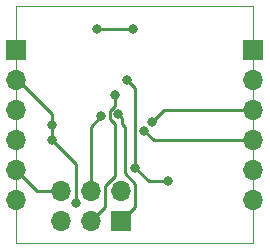
<source format=gbr>
G04 #@! TF.GenerationSoftware,KiCad,Pcbnew,(5.99.0-11522-g728b160719)*
G04 #@! TF.CreationDate,2021-08-06T10:01:32+10:00*
G04 #@! TF.ProjectId,OLED Deligate,4f4c4544-2044-4656-9c69-676174652e6b,rev?*
G04 #@! TF.SameCoordinates,Original*
G04 #@! TF.FileFunction,Copper,L2,Bot*
G04 #@! TF.FilePolarity,Positive*
%FSLAX46Y46*%
G04 Gerber Fmt 4.6, Leading zero omitted, Abs format (unit mm)*
G04 Created by KiCad (PCBNEW (5.99.0-11522-g728b160719)) date 2021-08-06 10:01:32*
%MOMM*%
%LPD*%
G01*
G04 APERTURE LIST*
G04 #@! TA.AperFunction,Profile*
%ADD10C,0.100000*%
G04 #@! TD*
G04 #@! TA.AperFunction,ComponentPad*
%ADD11R,1.700000X1.700000*%
G04 #@! TD*
G04 #@! TA.AperFunction,ComponentPad*
%ADD12O,1.700000X1.700000*%
G04 #@! TD*
G04 #@! TA.AperFunction,ViaPad*
%ADD13C,0.800000*%
G04 #@! TD*
G04 #@! TA.AperFunction,Conductor*
%ADD14C,0.250000*%
G04 #@! TD*
G04 APERTURE END LIST*
D10*
X143027000Y-94107000D02*
X122961000Y-94107000D01*
X122961000Y-94107000D02*
X122961000Y-74041000D01*
X122961000Y-74041000D02*
X143027000Y-74041000D01*
X143027000Y-74041000D02*
X143027000Y-94107000D01*
D11*
G04 #@! TO.P,J2,1,Pin_1*
G04 #@! TO.N,/ICSP MISO*
X131826000Y-92202000D03*
D12*
G04 #@! TO.P,J2,2,Pin_2*
G04 #@! TO.N,+3V3*
X131826000Y-89662000D03*
G04 #@! TO.P,J2,3,Pin_3*
G04 #@! TO.N,/ICSP SCK*
X129286000Y-92202000D03*
G04 #@! TO.P,J2,4,Pin_4*
G04 #@! TO.N,/ICSP MOSI*
X129286000Y-89662000D03*
G04 #@! TO.P,J2,5,Pin_5*
G04 #@! TO.N,/ICSP RST*
X126746000Y-92202000D03*
G04 #@! TO.P,J2,6,Pin_6*
G04 #@! TO.N,GND*
X126746000Y-89662000D03*
G04 #@! TD*
D11*
G04 #@! TO.P,J3,1,Pin_1*
G04 #@! TO.N,N/C*
X143027000Y-77749000D03*
D12*
G04 #@! TO.P,J3,2,Pin_2*
X143027000Y-80289000D03*
G04 #@! TO.P,J3,3,Pin_3*
G04 #@! TO.N,/OLED SDA*
X143027000Y-82829000D03*
G04 #@! TO.P,J3,4,Pin_4*
G04 #@! TO.N,/OLED SCL*
X143027000Y-85369000D03*
G04 #@! TO.P,J3,5,Pin_5*
G04 #@! TO.N,N/C*
X143027000Y-87909000D03*
G04 #@! TO.P,J3,6,Pin_6*
X143027000Y-90449000D03*
G04 #@! TD*
D11*
G04 #@! TO.P,J1,1,Pin_1*
G04 #@! TO.N,N/C*
X122961000Y-77749000D03*
D12*
G04 #@! TO.P,J1,2,Pin_2*
G04 #@! TO.N,+3V3*
X122961000Y-80289000D03*
G04 #@! TO.P,J1,3,Pin_3*
G04 #@! TO.N,/HOST SDA*
X122961000Y-82829000D03*
G04 #@! TO.P,J1,4,Pin_4*
G04 #@! TO.N,/HOST SCL*
X122961000Y-85369000D03*
G04 #@! TO.P,J1,5,Pin_5*
G04 #@! TO.N,GND*
X122961000Y-87909000D03*
G04 #@! TO.P,J1,6,Pin_6*
G04 #@! TO.N,N/C*
X122961000Y-90449000D03*
G04 #@! TD*
D13*
G04 #@! TO.N,GND*
X133017500Y-87683463D03*
X132334000Y-80264000D03*
X129781000Y-75946000D03*
X132829000Y-75946000D03*
X135806000Y-88812000D03*
G04 #@! TO.N,+3V3*
X125984000Y-85344000D03*
X128016000Y-90678000D03*
X125984000Y-84074000D03*
G04 #@! TO.N,/ICSP MISO*
X131588034Y-83153989D03*
G04 #@! TO.N,/ICSP SCK*
X131318000Y-81534000D03*
G04 #@! TO.N,/ICSP MOSI*
X130139033Y-83357015D03*
G04 #@! TO.N,/OLED SDA*
X134450916Y-83840604D03*
G04 #@! TO.N,/OLED SCL*
X133742000Y-84545192D03*
G04 #@! TD*
D14*
G04 #@! TO.N,GND*
X124714000Y-89662000D02*
X123086020Y-88034020D01*
X132334000Y-80264000D02*
X133017500Y-80947500D01*
X132829000Y-75946000D02*
X129781000Y-75946000D01*
X134146037Y-88812000D02*
X135806000Y-88812000D01*
X126746000Y-89662000D02*
X124714000Y-89662000D01*
X133017500Y-80947500D02*
X133017500Y-87683463D01*
X133017500Y-87683463D02*
X134146037Y-88812000D01*
G04 #@! TO.N,+3V3*
X128016000Y-87376000D02*
X125984000Y-85344000D01*
X125984000Y-84074000D02*
X125984000Y-83186980D01*
X125984000Y-83186980D02*
X123086020Y-80289000D01*
X125984000Y-85344000D02*
X125984000Y-84074000D01*
X128016000Y-90678000D02*
X128016000Y-87376000D01*
G04 #@! TO.N,/ICSP MISO*
X132113190Y-84234894D02*
X131884489Y-84006193D01*
X131884489Y-83450444D02*
X131588034Y-83153989D01*
X133000511Y-91027489D02*
X133000511Y-89058511D01*
X132113190Y-88171190D02*
X132113190Y-84234894D01*
X133000511Y-89058511D02*
X132113190Y-88171190D01*
X131826000Y-92202000D02*
X133000511Y-91027489D01*
X131884489Y-84006193D02*
X131884489Y-83450444D01*
G04 #@! TO.N,/ICSP SCK*
X130460511Y-91027489D02*
X129286000Y-92202000D01*
X130460511Y-89249489D02*
X130460511Y-91027489D01*
X131288363Y-83960003D02*
X131288363Y-88421637D01*
X130863533Y-83535173D02*
X131288363Y-83960003D01*
X131287935Y-81564065D02*
X131287935Y-82429488D01*
X131318000Y-81534000D02*
X131287935Y-81564065D01*
X131287935Y-82429488D02*
X130863533Y-82853890D01*
X131288363Y-88421637D02*
X130460511Y-89249489D01*
X130863533Y-82853890D02*
X130863533Y-83535173D01*
G04 #@! TO.N,/ICSP MOSI*
X129286000Y-84210048D02*
X130139033Y-83357015D01*
X129286000Y-89662000D02*
X129286000Y-84210048D01*
G04 #@! TO.N,/OLED SDA*
X142901980Y-82829000D02*
X135462520Y-82829000D01*
X135462520Y-82829000D02*
X134450916Y-83840604D01*
G04 #@! TO.N,/OLED SCL*
X134565808Y-85369000D02*
X133742000Y-84545192D01*
X142901980Y-85369000D02*
X134565808Y-85369000D01*
G04 #@! TD*
M02*

</source>
